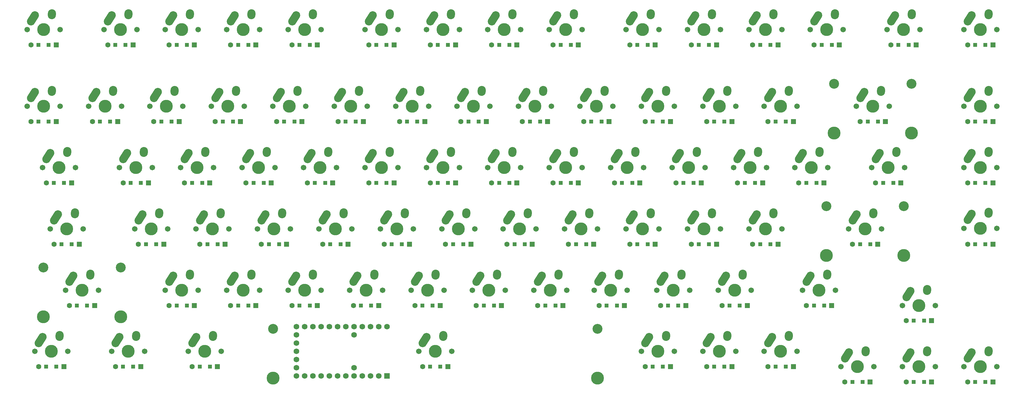
<source format=gbr>
%TF.GenerationSoftware,KiCad,Pcbnew,9.0.2*%
%TF.CreationDate,2025-11-03T13:59:49-05:00*%
%TF.ProjectId,750-THR-Earthtyper,3735302d-5448-4522-9d45-617274687479,rev?*%
%TF.SameCoordinates,Original*%
%TF.FileFunction,Soldermask,Bot*%
%TF.FilePolarity,Negative*%
%FSLAX46Y46*%
G04 Gerber Fmt 4.6, Leading zero omitted, Abs format (unit mm)*
G04 Created by KiCad (PCBNEW 9.0.2) date 2025-11-03 13:59:49*
%MOMM*%
%LPD*%
G01*
G04 APERTURE LIST*
G04 Aperture macros list*
%AMHorizOval*
0 Thick line with rounded ends*
0 $1 width*
0 $2 $3 position (X,Y) of the first rounded end (center of the circle)*
0 $4 $5 position (X,Y) of the second rounded end (center of the circle)*
0 Add line between two ends*
20,1,$1,$2,$3,$4,$5,0*
0 Add two circle primitives to create the rounded ends*
1,1,$1,$2,$3*
1,1,$1,$4,$5*%
G04 Aperture macros list end*
%ADD10C,1.701800*%
%ADD11C,3.987800*%
%ADD12HorizOval,2.500000X-0.604462X-0.948815X0.604462X0.948815X0*%
%ADD13HorizOval,2.500000X-0.019724X-0.289328X0.019724X0.289328X0*%
%ADD14C,3.048000*%
%ADD15R,1.600000X1.600000*%
%ADD16R,1.200000X1.200000*%
%ADD17C,1.600000*%
%ADD18R,1.752600X1.752600*%
%ADD19C,1.752600*%
G04 APERTURE END LIST*
D10*
%TO.C,K40*%
X172218350Y80530700D03*
D11*
X177298350Y80530700D03*
D10*
X182378350Y80530700D03*
D12*
X174043350Y84050700D03*
D13*
X179818350Y85320700D03*
%TD*%
D10*
%TO.C,K8*%
X134321550Y123164600D03*
D11*
X139401550Y123164600D03*
D10*
X144481550Y123164600D03*
D12*
X136146550Y126684600D03*
D13*
X141921550Y127954600D03*
%TD*%
D14*
%TO.C,K58*%
X238785400Y68567300D03*
D11*
X238785400Y53327300D03*
D10*
X245643400Y61582300D03*
D11*
X250723400Y61582300D03*
D10*
X255803400Y61582300D03*
D14*
X262661400Y68567300D03*
D11*
X262661400Y53327300D03*
D12*
X247468400Y65102300D03*
D13*
X253243400Y66372300D03*
%TD*%
D14*
%TO.C,K75*%
X68046600Y30670500D03*
D11*
X68046600Y15430500D03*
D10*
X113004600Y23685500D03*
D11*
X118084600Y23685500D03*
D10*
X123164600Y23685500D03*
D14*
X168122600Y30670500D03*
D11*
X168122600Y15430500D03*
D12*
X114829600Y27205500D03*
D13*
X120604600Y28475500D03*
%TD*%
D10*
%TO.C,K76*%
X181692550Y23685500D03*
D11*
X186772550Y23685500D03*
D10*
X191852550Y23685500D03*
D12*
X183517550Y27205500D03*
D13*
X189292550Y28475500D03*
%TD*%
D10*
%TO.C,K50*%
X82213450Y61582300D03*
D11*
X87293450Y61582300D03*
D10*
X92373450Y61582300D03*
D12*
X84038450Y65102300D03*
D13*
X89813450Y66372300D03*
%TD*%
D10*
%TO.C,K48*%
X44316650Y61582300D03*
D11*
X49396650Y61582300D03*
D10*
X54476650Y61582300D03*
D12*
X46141650Y65102300D03*
D13*
X51916650Y66372300D03*
%TD*%
D10*
%TO.C,K23*%
X124847350Y99479100D03*
D11*
X129927350Y99479100D03*
D10*
X135007350Y99479100D03*
D12*
X126672350Y102999100D03*
D13*
X132447350Y104269100D03*
%TD*%
D10*
%TO.C,K69*%
X186429650Y42633900D03*
D11*
X191509650Y42633900D03*
D10*
X196589650Y42633900D03*
D12*
X188254650Y46153900D03*
D13*
X194029650Y47423900D03*
%TD*%
D10*
%TO.C,K54*%
X158007050Y61582300D03*
D11*
X163087050Y61582300D03*
D10*
X168167050Y61582300D03*
D12*
X159832050Y65102300D03*
D13*
X165607050Y66372300D03*
%TD*%
D10*
%TO.C,K51*%
X101161850Y61582300D03*
D11*
X106241850Y61582300D03*
D10*
X111321850Y61582300D03*
D12*
X102986850Y65102300D03*
D13*
X108761850Y66372300D03*
%TD*%
D10*
%TO.C,K63*%
X72739250Y42633900D03*
D11*
X77819250Y42633900D03*
D10*
X82899250Y42633900D03*
D12*
X74564250Y46153900D03*
D13*
X80339250Y47423900D03*
%TD*%
D10*
%TO.C,K14*%
X257486150Y123164600D03*
D11*
X262566150Y123164600D03*
D10*
X267646150Y123164600D03*
D12*
X259311150Y126684600D03*
D13*
X265086150Y127954600D03*
%TD*%
D10*
%TO.C,K43*%
X229063550Y80530700D03*
D11*
X234143550Y80530700D03*
D10*
X239223550Y80530700D03*
D12*
X230888550Y84050700D03*
D13*
X236663550Y85320700D03*
%TD*%
D10*
%TO.C,K44*%
X252749050Y80530700D03*
D11*
X257829050Y80530700D03*
D10*
X262909050Y80530700D03*
D12*
X254574050Y84050700D03*
D13*
X260349050Y85320700D03*
%TD*%
D10*
%TO.C,K57*%
X214852250Y61582300D03*
D11*
X219932250Y61582300D03*
D10*
X225012250Y61582300D03*
D12*
X216677250Y65102300D03*
D13*
X222452250Y66372300D03*
%TD*%
D10*
%TO.C,K24*%
X143795750Y99479100D03*
D11*
X148875750Y99479100D03*
D10*
X153955750Y99479100D03*
D12*
X145620750Y102999100D03*
D13*
X151395750Y104269100D03*
%TD*%
D10*
%TO.C,K39*%
X153269950Y80530700D03*
D11*
X158349950Y80530700D03*
D10*
X163429950Y80530700D03*
D12*
X155094950Y84050700D03*
D13*
X160869950Y85320700D03*
%TD*%
D10*
%TO.C,K65*%
X110636050Y42633900D03*
D11*
X115716050Y42633900D03*
D10*
X120796050Y42633900D03*
D12*
X112461050Y46153900D03*
D13*
X118236050Y47423900D03*
%TD*%
D10*
%TO.C,K7*%
X115373150Y123164600D03*
D11*
X120453150Y123164600D03*
D10*
X125533150Y123164600D03*
D12*
X117198150Y126684600D03*
D13*
X122973150Y127954600D03*
%TD*%
D10*
%TO.C,K20*%
X68002150Y99479100D03*
D11*
X73082150Y99479100D03*
D10*
X78162150Y99479100D03*
D12*
X69827150Y102999100D03*
D13*
X75602150Y104269100D03*
%TD*%
D10*
%TO.C,K72*%
X-5422900Y23685500D03*
D11*
X-342900Y23685500D03*
D10*
X4737100Y23685500D03*
D12*
X-3597900Y27205500D03*
D13*
X2177100Y28475500D03*
%TD*%
D10*
%TO.C,K68*%
X167138350Y42633900D03*
D11*
X172218350Y42633900D03*
D10*
X177298350Y42633900D03*
D12*
X168963350Y46153900D03*
D13*
X174738350Y47423900D03*
%TD*%
D10*
%TO.C,K81*%
X262223250Y18948400D03*
D11*
X267303250Y18948400D03*
D10*
X272383250Y18948400D03*
D12*
X264048250Y22468400D03*
D13*
X269823250Y23738400D03*
%TD*%
D10*
%TO.C,K74*%
X41948100Y23685500D03*
D11*
X47028100Y23685500D03*
D10*
X52108100Y23685500D03*
D12*
X43773100Y27205500D03*
D13*
X49548100Y28475500D03*
%TD*%
D10*
%TO.C,K35*%
X77476350Y80530700D03*
D11*
X82556350Y80530700D03*
D10*
X87636350Y80530700D03*
D12*
X79301350Y84050700D03*
D13*
X85076350Y85320700D03*
%TD*%
D10*
%TO.C,K66*%
X129584450Y42633900D03*
D11*
X134664450Y42633900D03*
D10*
X139744450Y42633900D03*
D12*
X131409450Y46153900D03*
D13*
X137184450Y47423900D03*
%TD*%
D10*
%TO.C,K38*%
X134321550Y80530700D03*
D11*
X139401550Y80530700D03*
D10*
X144481550Y80530700D03*
D12*
X136146550Y84050700D03*
D13*
X141921550Y85320700D03*
%TD*%
D10*
%TO.C,K3*%
X34842450Y123164600D03*
D11*
X39922450Y123164600D03*
D10*
X45002450Y123164600D03*
D12*
X36667450Y126684600D03*
D13*
X42442450Y127954600D03*
%TD*%
D10*
%TO.C,K67*%
X148532850Y42633900D03*
D11*
X153612850Y42633900D03*
D10*
X158692850Y42633900D03*
D12*
X150357850Y46153900D03*
D13*
X156132850Y47423900D03*
%TD*%
D10*
%TO.C,K79*%
X243274850Y18948400D03*
D11*
X248354850Y18948400D03*
D10*
X253434850Y18948400D03*
D12*
X245099850Y22468400D03*
D13*
X250874850Y23738400D03*
%TD*%
D10*
%TO.C,K10*%
X176955450Y123164600D03*
D11*
X182035450Y123164600D03*
D10*
X187115450Y123164600D03*
D12*
X178780450Y126684600D03*
D13*
X184555450Y127954600D03*
%TD*%
D10*
%TO.C,K64*%
X91687650Y42633900D03*
D11*
X96767650Y42633900D03*
D10*
X101847650Y42633900D03*
D12*
X93512650Y46153900D03*
D13*
X99287650Y47423900D03*
%TD*%
D10*
%TO.C,K32*%
X20631150Y80530700D03*
D11*
X25711150Y80530700D03*
D10*
X30791150Y80530700D03*
D12*
X22456150Y84050700D03*
D13*
X28231150Y85320700D03*
%TD*%
D10*
%TO.C,K61*%
X34842450Y42633900D03*
D11*
X39922450Y42633900D03*
D10*
X45002450Y42633900D03*
D12*
X36667450Y46153900D03*
D13*
X42442450Y47423900D03*
%TD*%
D10*
%TO.C,K33*%
X39579550Y80530700D03*
D11*
X44659550Y80530700D03*
D10*
X49739550Y80530700D03*
D12*
X41404550Y84050700D03*
D13*
X47179550Y85320700D03*
%TD*%
D10*
%TO.C,K52*%
X120110250Y61582300D03*
D11*
X125190250Y61582300D03*
D10*
X130270250Y61582300D03*
D12*
X121935250Y65102300D03*
D13*
X127710250Y66372300D03*
%TD*%
D10*
%TO.C,K30*%
X281171650Y99479100D03*
D11*
X286251650Y99479100D03*
D10*
X291331650Y99479100D03*
D12*
X282996650Y102999100D03*
D13*
X288771650Y104269100D03*
%TD*%
D10*
%TO.C,K56*%
X195903850Y61582300D03*
D11*
X200983850Y61582300D03*
D10*
X206063850Y61582300D03*
D12*
X197728850Y65102300D03*
D13*
X203503850Y66372300D03*
%TD*%
D10*
%TO.C,K73*%
X18262600Y23685500D03*
D11*
X23342600Y23685500D03*
D10*
X28422600Y23685500D03*
D12*
X20087600Y27205500D03*
D13*
X25862600Y28475500D03*
%TD*%
D10*
%TO.C,K82*%
X281171650Y18948400D03*
D11*
X286251650Y18948400D03*
D10*
X291331650Y18948400D03*
D12*
X282996650Y22468400D03*
D13*
X288771650Y23738400D03*
%TD*%
D10*
%TO.C,K37*%
X115373150Y80530700D03*
D11*
X120453150Y80530700D03*
D10*
X125533150Y80530700D03*
D12*
X117198150Y84050700D03*
D13*
X122973150Y85320700D03*
%TD*%
D10*
%TO.C,K49*%
X63265050Y61582300D03*
D11*
X68345050Y61582300D03*
D10*
X73425050Y61582300D03*
D12*
X65090050Y65102300D03*
D13*
X70865050Y66372300D03*
%TD*%
D10*
%TO.C,K21*%
X86950550Y99479100D03*
D11*
X92030550Y99479100D03*
D10*
X97110550Y99479100D03*
D12*
X88775550Y102999100D03*
D13*
X94550550Y104269100D03*
%TD*%
D10*
%TO.C,K12*%
X214852250Y123164600D03*
D11*
X219932250Y123164600D03*
D10*
X225012250Y123164600D03*
D12*
X216677250Y126684600D03*
D13*
X222452250Y127954600D03*
%TD*%
D10*
%TO.C,K1*%
X-7791450Y123164600D03*
D11*
X-2711450Y123164600D03*
D10*
X2368550Y123164600D03*
D12*
X-5966450Y126684600D03*
D13*
X-191450Y127954600D03*
%TD*%
D10*
%TO.C,K77*%
X200640950Y23685500D03*
D11*
X205720950Y23685500D03*
D10*
X210800950Y23685500D03*
D12*
X202465950Y27205500D03*
D13*
X208240950Y28475500D03*
%TD*%
D14*
%TO.C,K29*%
X241153950Y106464100D03*
D11*
X241153950Y91224100D03*
D10*
X248011950Y99479100D03*
D11*
X253091950Y99479100D03*
D10*
X258171950Y99479100D03*
D14*
X265029950Y106464100D03*
D11*
X265029950Y91224100D03*
D12*
X249836950Y102999100D03*
D13*
X255611950Y104269100D03*
%TD*%
D10*
%TO.C,K18*%
X30105350Y99479100D03*
D11*
X35185350Y99479100D03*
D10*
X40265350Y99479100D03*
D12*
X31930350Y102999100D03*
D13*
X37705350Y104269100D03*
%TD*%
D10*
%TO.C,K13*%
X233800650Y123164600D03*
D11*
X238880650Y123164600D03*
D10*
X243960650Y123164600D03*
D12*
X235625650Y126684600D03*
D13*
X241400650Y127954600D03*
%TD*%
D10*
%TO.C,K70*%
X205378050Y42633900D03*
D11*
X210458050Y42633900D03*
D10*
X215538050Y42633900D03*
D12*
X207203050Y46153900D03*
D13*
X212978050Y47423900D03*
%TD*%
D10*
%TO.C,K41*%
X191166750Y80530700D03*
D11*
X196246750Y80530700D03*
D10*
X201326750Y80530700D03*
D12*
X192991750Y84050700D03*
D13*
X198766750Y85320700D03*
%TD*%
D14*
%TO.C,K60*%
X-2806700Y49618900D03*
D11*
X-2806700Y34378900D03*
D10*
X4051300Y42633900D03*
D11*
X9131300Y42633900D03*
D10*
X14211300Y42633900D03*
D14*
X21069300Y49618900D03*
D11*
X21069300Y34378900D03*
D12*
X5876300Y46153900D03*
D13*
X11651300Y47423900D03*
%TD*%
D10*
%TO.C,K15*%
X281171650Y123164600D03*
D11*
X286251650Y123164600D03*
D10*
X291331650Y123164600D03*
D12*
X282996650Y126684600D03*
D13*
X288771650Y127954600D03*
%TD*%
D10*
%TO.C,K22*%
X105898950Y99479100D03*
D11*
X110978950Y99479100D03*
D10*
X116058950Y99479100D03*
D12*
X107723950Y102999100D03*
D13*
X113498950Y104269100D03*
%TD*%
D10*
%TO.C,K9*%
X153269950Y123164600D03*
D11*
X158349950Y123164600D03*
D10*
X163429950Y123164600D03*
D12*
X155094950Y126684600D03*
D13*
X160869950Y127954600D03*
%TD*%
D10*
%TO.C,K27*%
X200640950Y99479100D03*
D11*
X205720950Y99479100D03*
D10*
X210800950Y99479100D03*
D12*
X202465950Y102999100D03*
D13*
X208240950Y104269100D03*
%TD*%
D10*
%TO.C,K45*%
X281171650Y80530700D03*
D11*
X286251650Y80530700D03*
D10*
X291331650Y80530700D03*
D12*
X282996650Y84050700D03*
D13*
X288771650Y85320700D03*
%TD*%
D10*
%TO.C,K4*%
X53790850Y123164600D03*
D11*
X58870850Y123164600D03*
D10*
X63950850Y123164600D03*
D12*
X55615850Y126684600D03*
D13*
X61390850Y127954600D03*
%TD*%
D10*
%TO.C,K34*%
X58527950Y80530700D03*
D11*
X63607950Y80530700D03*
D10*
X68687950Y80530700D03*
D12*
X60352950Y84050700D03*
D13*
X66127950Y85320700D03*
%TD*%
D10*
%TO.C,K42*%
X210115150Y80530700D03*
D11*
X215195150Y80530700D03*
D10*
X220275150Y80530700D03*
D12*
X211940150Y84050700D03*
D13*
X217715150Y85320700D03*
%TD*%
D10*
%TO.C,K62*%
X53790850Y42633900D03*
D11*
X58870850Y42633900D03*
D10*
X63950850Y42633900D03*
D12*
X55615850Y46153900D03*
D13*
X61390850Y47423900D03*
%TD*%
D10*
%TO.C,K26*%
X181692550Y99479100D03*
D11*
X186772550Y99479100D03*
D10*
X191852550Y99479100D03*
D12*
X183517550Y102999100D03*
D13*
X189292550Y104269100D03*
%TD*%
D10*
%TO.C,K19*%
X49053750Y99479100D03*
D11*
X54133750Y99479100D03*
D10*
X59213750Y99479100D03*
D12*
X50878750Y102999100D03*
D13*
X56653750Y104269100D03*
%TD*%
D10*
%TO.C,K55*%
X176955450Y61582300D03*
D11*
X182035450Y61582300D03*
D10*
X187115450Y61582300D03*
D12*
X178780450Y65102300D03*
D13*
X184555450Y66372300D03*
%TD*%
D10*
%TO.C,K31*%
X-3054350Y80530700D03*
D11*
X2025650Y80530700D03*
D10*
X7105650Y80530700D03*
D12*
X-1229350Y84050700D03*
D13*
X4545650Y85320700D03*
%TD*%
D10*
%TO.C,K59*%
X281171650Y61734700D03*
D11*
X286251650Y61734700D03*
D10*
X291331650Y61734700D03*
D12*
X282996650Y65254700D03*
D13*
X288771650Y66524700D03*
%TD*%
D10*
%TO.C,K78*%
X219589350Y23685500D03*
D11*
X224669350Y23685500D03*
D10*
X229749350Y23685500D03*
D12*
X221414350Y27205500D03*
D13*
X227189350Y28475500D03*
%TD*%
D10*
%TO.C,K53*%
X139058650Y61582300D03*
D11*
X144138650Y61582300D03*
D10*
X149218650Y61582300D03*
D12*
X140883650Y65102300D03*
D13*
X146658650Y66372300D03*
%TD*%
D10*
%TO.C,K6*%
X96424750Y123164600D03*
D11*
X101504750Y123164600D03*
D10*
X106584750Y123164600D03*
D12*
X98249750Y126684600D03*
D13*
X104024750Y127954600D03*
%TD*%
D10*
%TO.C,K25*%
X162744150Y99479100D03*
D11*
X167824150Y99479100D03*
D10*
X172904150Y99479100D03*
D12*
X164569150Y102999100D03*
D13*
X170344150Y104269100D03*
%TD*%
D10*
%TO.C,K36*%
X96424750Y80530700D03*
D11*
X101504750Y80530700D03*
D10*
X106584750Y80530700D03*
D12*
X98249750Y84050700D03*
D13*
X104024750Y85320700D03*
%TD*%
D10*
%TO.C,K16*%
X-7791450Y99479100D03*
D11*
X-2711450Y99479100D03*
D10*
X2368550Y99479100D03*
D12*
X-5966450Y102999100D03*
D13*
X-191450Y104269100D03*
%TD*%
D10*
%TO.C,K71*%
X231432100Y42633900D03*
D11*
X236512100Y42633900D03*
D10*
X241592100Y42633900D03*
D12*
X233257100Y46153900D03*
D13*
X239032100Y47423900D03*
%TD*%
D10*
%TO.C,K46*%
X-685800Y61582300D03*
D11*
X4394200Y61582300D03*
D10*
X9474200Y61582300D03*
D12*
X1139200Y65102300D03*
D13*
X6914200Y66372300D03*
%TD*%
D10*
%TO.C,K80*%
X262223250Y37896800D03*
D11*
X267303250Y37896800D03*
D10*
X272383250Y37896800D03*
D12*
X264048250Y41416800D03*
D13*
X269823250Y42686800D03*
%TD*%
D10*
%TO.C,K28*%
X219589350Y99479100D03*
D11*
X224669350Y99479100D03*
D10*
X229749350Y99479100D03*
D12*
X221414350Y102999100D03*
D13*
X227189350Y104269100D03*
%TD*%
D10*
%TO.C,K11*%
X195903850Y123164600D03*
D11*
X200983850Y123164600D03*
D10*
X206063850Y123164600D03*
D12*
X197728850Y126684600D03*
D13*
X203503850Y127954600D03*
%TD*%
D10*
%TO.C,K5*%
X72739250Y123164600D03*
D11*
X77819250Y123164600D03*
D10*
X82899250Y123164600D03*
D12*
X74564250Y126684600D03*
D13*
X80339250Y127954600D03*
%TD*%
D10*
%TO.C,K47*%
X25368250Y61582300D03*
D11*
X30448250Y61582300D03*
D10*
X35528250Y61582300D03*
D12*
X27193250Y65102300D03*
D13*
X32968250Y66372300D03*
%TD*%
D10*
%TO.C,K17*%
X11156950Y99479100D03*
D11*
X16236950Y99479100D03*
D10*
X21316950Y99479100D03*
D12*
X12981950Y102999100D03*
D13*
X18756950Y104269100D03*
%TD*%
D10*
%TO.C,K2*%
X15894050Y123164600D03*
D11*
X20974050Y123164600D03*
D10*
X26054050Y123164600D03*
D12*
X17719050Y126684600D03*
D13*
X23494050Y127954600D03*
%TD*%
D15*
%TO.C,D57*%
X223832250Y56845200D03*
D16*
X221507250Y56845200D03*
X218357250Y56845200D03*
D17*
X216032250Y56845200D03*
%TD*%
D15*
%TO.C,D33*%
X48559550Y75793600D03*
D16*
X46234550Y75793600D03*
X43084550Y75793600D03*
D17*
X40759550Y75793600D03*
%TD*%
D15*
%TO.C,D40*%
X181198350Y75793600D03*
D16*
X178873350Y75793600D03*
X175723350Y75793600D03*
D17*
X173398350Y75793600D03*
%TD*%
D15*
%TO.C,D71*%
X240412100Y37896800D03*
D16*
X238087100Y37896800D03*
X234937100Y37896800D03*
D17*
X232612100Y37896800D03*
%TD*%
D15*
%TO.C,D43*%
X238043550Y75793600D03*
D16*
X235718550Y75793600D03*
X232568550Y75793600D03*
D17*
X230243550Y75793600D03*
%TD*%
D15*
%TO.C,D50*%
X91193450Y56845200D03*
D16*
X88868450Y56845200D03*
X85718450Y56845200D03*
D17*
X83393450Y56845200D03*
%TD*%
D15*
%TO.C,D21*%
X95930550Y94742000D03*
D16*
X93605550Y94742000D03*
X90455550Y94742000D03*
D17*
X88130550Y94742000D03*
%TD*%
D15*
%TO.C,D65*%
X119616050Y37896800D03*
D16*
X117291050Y37896800D03*
X114141050Y37896800D03*
D17*
X111816050Y37896800D03*
%TD*%
D15*
%TO.C,D6*%
X105404750Y118427500D03*
D16*
X103079750Y118427500D03*
X99929750Y118427500D03*
D17*
X97604750Y118427500D03*
%TD*%
D15*
%TO.C,D14*%
X266466150Y118427500D03*
D16*
X264141150Y118427500D03*
X260991150Y118427500D03*
D17*
X258666150Y118427500D03*
%TD*%
D15*
%TO.C,D72*%
X3557100Y18948400D03*
D16*
X1232100Y18948400D03*
X-1917900Y18948400D03*
D17*
X-4242900Y18948400D03*
%TD*%
D15*
%TO.C,D70*%
X214358050Y37896800D03*
D16*
X212033050Y37896800D03*
X208883050Y37896800D03*
D17*
X206558050Y37896800D03*
%TD*%
D15*
%TO.C,D77*%
X209620950Y18948400D03*
D16*
X207295950Y18948400D03*
X204145950Y18948400D03*
D17*
X201820950Y18948400D03*
%TD*%
D15*
%TO.C,D26*%
X190672550Y94742000D03*
D16*
X188347550Y94742000D03*
X185197550Y94742000D03*
D17*
X182872550Y94742000D03*
%TD*%
D15*
%TO.C,D75*%
X121984600Y18948400D03*
D16*
X119659600Y18948400D03*
X116509600Y18948400D03*
D17*
X114184600Y18948400D03*
%TD*%
D15*
%TO.C,D69*%
X195409650Y37896800D03*
D16*
X193084650Y37896800D03*
X189934650Y37896800D03*
D17*
X187609650Y37896800D03*
%TD*%
D15*
%TO.C,D58*%
X254623400Y56845200D03*
D16*
X252298400Y56845200D03*
X249148400Y56845200D03*
D17*
X246823400Y56845200D03*
%TD*%
D15*
%TO.C,D16*%
X1188550Y94742000D03*
D16*
X-1136450Y94742000D03*
X-4286450Y94742000D03*
D17*
X-6611450Y94742000D03*
%TD*%
D15*
%TO.C,D23*%
X133827350Y94742000D03*
D16*
X131502350Y94742000D03*
X128352350Y94742000D03*
D17*
X126027350Y94742000D03*
%TD*%
D15*
%TO.C,D76*%
X190672550Y18948400D03*
D16*
X188347550Y18948400D03*
X185197550Y18948400D03*
D17*
X182872550Y18948400D03*
%TD*%
D15*
%TO.C,D68*%
X176461250Y37896800D03*
D16*
X174136250Y37896800D03*
X170986250Y37896800D03*
D17*
X168661250Y37896800D03*
%TD*%
D15*
%TO.C,D27*%
X209620950Y94742000D03*
D16*
X207295950Y94742000D03*
X204145950Y94742000D03*
D17*
X201820950Y94742000D03*
%TD*%
D15*
%TO.C,D5*%
X81719250Y118427500D03*
D16*
X79394250Y118427500D03*
X76244250Y118427500D03*
D17*
X73919250Y118427500D03*
%TD*%
D15*
%TO.C,D39*%
X162249950Y75793600D03*
D16*
X159924950Y75793600D03*
X156774950Y75793600D03*
D17*
X154449950Y75793600D03*
%TD*%
D15*
%TO.C,D45*%
X290151650Y75793600D03*
D16*
X287826650Y75793600D03*
X284676650Y75793600D03*
D17*
X282351650Y75793600D03*
%TD*%
D15*
%TO.C,D56*%
X204883850Y56845200D03*
D16*
X202558850Y56845200D03*
X199408850Y56845200D03*
D17*
X197083850Y56845200D03*
%TD*%
D15*
%TO.C,D52*%
X129090250Y56845200D03*
D16*
X126765250Y56845200D03*
X123615250Y56845200D03*
D17*
X121290250Y56845200D03*
%TD*%
D15*
%TO.C,D80*%
X271203250Y33159700D03*
D16*
X268878250Y33159700D03*
X265728250Y33159700D03*
D17*
X263403250Y33159700D03*
%TD*%
D15*
%TO.C,D28*%
X228569350Y94742000D03*
D16*
X226244350Y94742000D03*
X223094350Y94742000D03*
D17*
X220769350Y94742000D03*
%TD*%
D18*
%TO.C,U1*%
X103219250Y16065500D03*
D19*
X100679250Y16065500D03*
X98139250Y16065500D03*
X95599250Y16065500D03*
X93059250Y16065500D03*
X90519250Y16065500D03*
X87979250Y16065500D03*
X85439250Y16065500D03*
X82899250Y16065500D03*
X80359250Y16065500D03*
X77819250Y16065500D03*
X75279250Y16065500D03*
X75279250Y18605500D03*
X75279250Y21145500D03*
X75279250Y23685500D03*
X75279250Y26225500D03*
X75279250Y28765500D03*
X75279250Y31305500D03*
X77819250Y31305500D03*
X80359250Y31305500D03*
X82899250Y31305500D03*
X85439250Y31305500D03*
X87979250Y31305500D03*
X90519250Y31305500D03*
X93059250Y31305500D03*
X95599250Y31305500D03*
X98139250Y31305500D03*
X100679250Y31305500D03*
X103219250Y31305500D03*
X93059250Y28765500D03*
X93059250Y18605500D03*
%TD*%
D15*
%TO.C,D30*%
X290151650Y94742000D03*
D16*
X287826650Y94742000D03*
X284676650Y94742000D03*
D17*
X282351650Y94742000D03*
%TD*%
D15*
%TO.C,D55*%
X185935450Y56845200D03*
D16*
X183610450Y56845200D03*
X180460450Y56845200D03*
D17*
X178135450Y56845200D03*
%TD*%
D15*
%TO.C,D79*%
X252254850Y14211300D03*
D16*
X249929850Y14211300D03*
X246779850Y14211300D03*
D17*
X244454850Y14211300D03*
%TD*%
D15*
%TO.C,D29*%
X256991950Y94742000D03*
D16*
X254666950Y94742000D03*
X251516950Y94742000D03*
D17*
X249191950Y94742000D03*
%TD*%
D15*
%TO.C,D74*%
X50928100Y18948400D03*
D16*
X48603100Y18948400D03*
X45453100Y18948400D03*
D17*
X43128100Y18948400D03*
%TD*%
D15*
%TO.C,D44*%
X261729050Y75793600D03*
D16*
X259404050Y75793600D03*
X256254050Y75793600D03*
D17*
X253929050Y75793600D03*
%TD*%
D15*
%TO.C,D64*%
X100667650Y37896800D03*
D16*
X98342650Y37896800D03*
X95192650Y37896800D03*
D17*
X92867650Y37896800D03*
%TD*%
D15*
%TO.C,D24*%
X152775750Y94742000D03*
D16*
X150450750Y94742000D03*
X147300750Y94742000D03*
D17*
X144975750Y94742000D03*
%TD*%
D15*
%TO.C,D73*%
X27242600Y18948400D03*
D16*
X24917600Y18948400D03*
X21767600Y18948400D03*
D17*
X19442600Y18948400D03*
%TD*%
D15*
%TO.C,D12*%
X223832250Y118427500D03*
D16*
X221507250Y118427500D03*
X218357250Y118427500D03*
D17*
X216032250Y118427500D03*
%TD*%
D15*
%TO.C,D81*%
X271203250Y14211300D03*
D16*
X268878250Y14211300D03*
X265728250Y14211300D03*
D17*
X263403250Y14211300D03*
%TD*%
D15*
%TO.C,D78*%
X228569350Y18948400D03*
D16*
X226244350Y18948400D03*
X223094350Y18948400D03*
D17*
X220769350Y18948400D03*
%TD*%
D15*
%TO.C,D38*%
X143301550Y75793600D03*
D16*
X140976550Y75793600D03*
X137826550Y75793600D03*
D17*
X135501550Y75793600D03*
%TD*%
D15*
%TO.C,D41*%
X200146750Y75793600D03*
D16*
X197821750Y75793600D03*
X194671750Y75793600D03*
D17*
X192346750Y75793600D03*
%TD*%
D15*
%TO.C,D13*%
X242780650Y118427500D03*
D16*
X240455650Y118427500D03*
X237305650Y118427500D03*
D17*
X234980650Y118427500D03*
%TD*%
D15*
%TO.C,D10*%
X185935450Y118427500D03*
D16*
X183610450Y118427500D03*
X180460450Y118427500D03*
D17*
X178135450Y118427500D03*
%TD*%
D15*
%TO.C,D60*%
X13031300Y37896800D03*
D16*
X10706300Y37896800D03*
X7556300Y37896800D03*
D17*
X5231300Y37896800D03*
%TD*%
D15*
%TO.C,D42*%
X219095150Y75793600D03*
D16*
X216770150Y75793600D03*
X213620150Y75793600D03*
D17*
X211295150Y75793600D03*
%TD*%
D15*
%TO.C,D53*%
X148038650Y56845200D03*
D16*
X145713650Y56845200D03*
X142563650Y56845200D03*
D17*
X140238650Y56845200D03*
%TD*%
D15*
%TO.C,D61*%
X43822450Y37896800D03*
D16*
X41497450Y37896800D03*
X38347450Y37896800D03*
D17*
X36022450Y37896800D03*
%TD*%
D15*
%TO.C,D48*%
X53296650Y56845200D03*
D16*
X50971650Y56845200D03*
X47821650Y56845200D03*
D17*
X45496650Y56845200D03*
%TD*%
D15*
%TO.C,D49*%
X72245050Y56845200D03*
D16*
X69920050Y56845200D03*
X66770050Y56845200D03*
D17*
X64445050Y56845200D03*
%TD*%
D15*
%TO.C,D62*%
X62770850Y37896800D03*
D16*
X60445850Y37896800D03*
X57295850Y37896800D03*
D17*
X54970850Y37896800D03*
%TD*%
D15*
%TO.C,D19*%
X58033750Y94742000D03*
D16*
X55708750Y94742000D03*
X52558750Y94742000D03*
D17*
X50233750Y94742000D03*
%TD*%
D15*
%TO.C,D1*%
X1188550Y118427500D03*
D16*
X-1136450Y118427500D03*
X-4286450Y118427500D03*
D17*
X-6611450Y118427500D03*
%TD*%
D15*
%TO.C,D20*%
X76982150Y94742000D03*
D16*
X74657150Y94742000D03*
X71507150Y94742000D03*
D17*
X69182150Y94742000D03*
%TD*%
D15*
%TO.C,D37*%
X124353150Y75793600D03*
D16*
X122028150Y75793600D03*
X118878150Y75793600D03*
D17*
X116553150Y75793600D03*
%TD*%
D15*
%TO.C,D66*%
X138564450Y37896800D03*
D16*
X136239450Y37896800D03*
X133089450Y37896800D03*
D17*
X130764450Y37896800D03*
%TD*%
D15*
%TO.C,D9*%
X162249950Y118427500D03*
D16*
X159924950Y118427500D03*
X156774950Y118427500D03*
D17*
X154449950Y118427500D03*
%TD*%
D15*
%TO.C,D59*%
X290151650Y56845200D03*
D16*
X287826650Y56845200D03*
X284676650Y56845200D03*
D17*
X282351650Y56845200D03*
%TD*%
D15*
%TO.C,D8*%
X143301550Y118427500D03*
D16*
X140976550Y118427500D03*
X137826550Y118427500D03*
D17*
X135501550Y118427500D03*
%TD*%
D15*
%TO.C,D54*%
X166987050Y56845200D03*
D16*
X164662050Y56845200D03*
X161512050Y56845200D03*
D17*
X159187050Y56845200D03*
%TD*%
D15*
%TO.C,D51*%
X110141850Y56845200D03*
D16*
X107816850Y56845200D03*
X104666850Y56845200D03*
D17*
X102341850Y56845200D03*
%TD*%
D15*
%TO.C,D18*%
X39085350Y94742000D03*
D16*
X36760350Y94742000D03*
X33610350Y94742000D03*
D17*
X31285350Y94742000D03*
%TD*%
D15*
%TO.C,D32*%
X29611150Y75793600D03*
D16*
X27286150Y75793600D03*
X24136150Y75793600D03*
D17*
X21811150Y75793600D03*
%TD*%
D15*
%TO.C,D47*%
X34348250Y56845200D03*
D16*
X32023250Y56845200D03*
X28873250Y56845200D03*
D17*
X26548250Y56845200D03*
%TD*%
D15*
%TO.C,D31*%
X5925650Y75793600D03*
D16*
X3600650Y75793600D03*
X450650Y75793600D03*
D17*
X-1874350Y75793600D03*
%TD*%
D15*
%TO.C,D22*%
X114878950Y94742000D03*
D16*
X112553950Y94742000D03*
X109403950Y94742000D03*
D17*
X107078950Y94742000D03*
%TD*%
D15*
%TO.C,D17*%
X20136950Y94742000D03*
D16*
X17811950Y94742000D03*
X14661950Y94742000D03*
D17*
X12336950Y94742000D03*
%TD*%
D15*
%TO.C,D82*%
X290151650Y14211300D03*
D16*
X287826650Y14211300D03*
X284676650Y14211300D03*
D17*
X282351650Y14211300D03*
%TD*%
D15*
%TO.C,D15*%
X290151650Y118427500D03*
D16*
X287826650Y118427500D03*
X284676650Y118427500D03*
D17*
X282351650Y118427500D03*
%TD*%
D15*
%TO.C,D34*%
X67507950Y75793600D03*
D16*
X65182950Y75793600D03*
X62032950Y75793600D03*
D17*
X59707950Y75793600D03*
%TD*%
D15*
%TO.C,D36*%
X105404750Y75793600D03*
D16*
X103079750Y75793600D03*
X99929750Y75793600D03*
D17*
X97604750Y75793600D03*
%TD*%
D15*
%TO.C,D25*%
X171724150Y94742000D03*
D16*
X169399150Y94742000D03*
X166249150Y94742000D03*
D17*
X163924150Y94742000D03*
%TD*%
D15*
%TO.C,D63*%
X81719250Y37896800D03*
D16*
X79394250Y37896800D03*
X76244250Y37896800D03*
D17*
X73919250Y37896800D03*
%TD*%
D15*
%TO.C,D67*%
X157512850Y37896800D03*
D16*
X155187850Y37896800D03*
X152037850Y37896800D03*
D17*
X149712850Y37896800D03*
%TD*%
D15*
%TO.C,D3*%
X43822450Y118427500D03*
D16*
X41497450Y118427500D03*
X38347450Y118427500D03*
D17*
X36022450Y118427500D03*
%TD*%
D15*
%TO.C,D35*%
X86456350Y75793600D03*
D16*
X84131350Y75793600D03*
X80981350Y75793600D03*
D17*
X78656350Y75793600D03*
%TD*%
D15*
%TO.C,D46*%
X8294200Y56845200D03*
D16*
X5969200Y56845200D03*
X2819200Y56845200D03*
D17*
X494200Y56845200D03*
%TD*%
D15*
%TO.C,D11*%
X204883850Y118427500D03*
D16*
X202558850Y118427500D03*
X199408850Y118427500D03*
D17*
X197083850Y118427500D03*
%TD*%
D15*
%TO.C,D4*%
X62770850Y118427500D03*
D16*
X60445850Y118427500D03*
X57295850Y118427500D03*
D17*
X54970850Y118427500D03*
%TD*%
D15*
%TO.C,D2*%
X24874050Y118427500D03*
D16*
X22549050Y118427500D03*
X19399050Y118427500D03*
D17*
X17074050Y118427500D03*
%TD*%
D15*
%TO.C,D7*%
X124353150Y118427500D03*
D16*
X122028150Y118427500D03*
X118878150Y118427500D03*
D17*
X116553150Y118427500D03*
%TD*%
M02*

</source>
